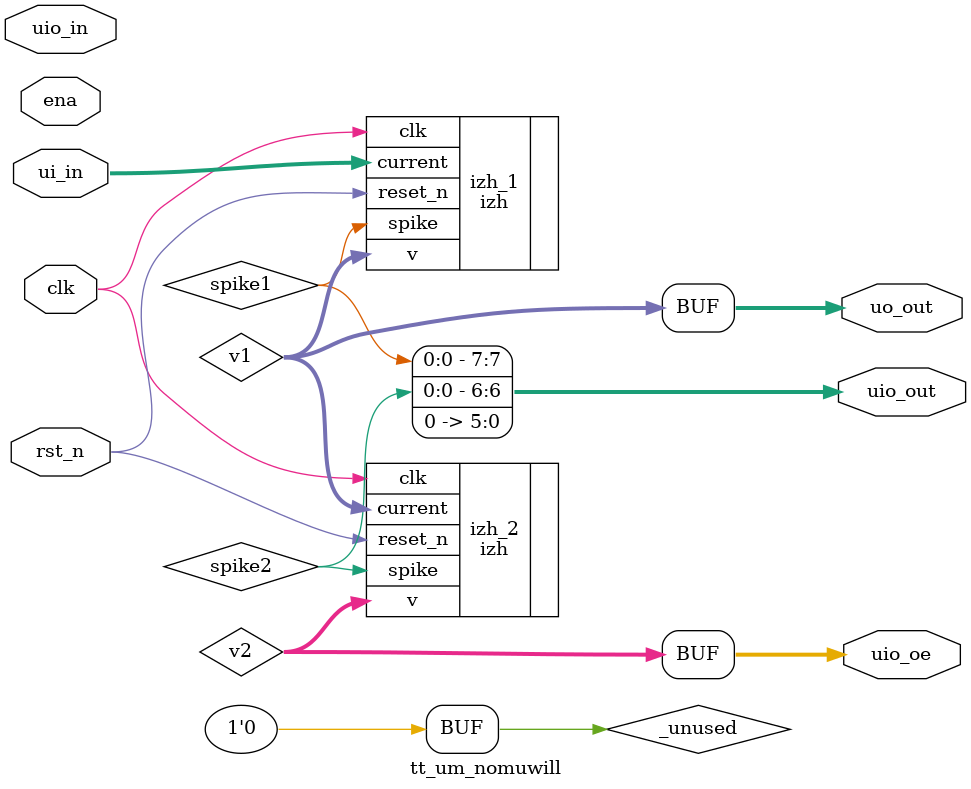
<source format=v>
/*
 * Copyright (c) 2024 Noah Williams
 * SPDX-License-Identifier: Apache-2.0
 */

`default_nettype none

module tt_um_nomuwill (
    input  wire [7:0] ui_in,    // Dedicated inputs
    output wire [7:0] uo_out,   // Dedicated outputs
    input  wire [7:0] uio_in,   // IOs: Input path
    output wire [7:0] uio_out,  // IOs: Output path
    output wire [7:0] uio_oe,   // IOs: Enable path (active high: 0=input, 1=output)
    input  wire       ena,      // always 1 when the design is powered, so you can ignore it
    input  wire       clk,      // clock
    input  wire       rst_n     // reset_n - low to reset
);

  // All output pins must be assigned. `If not used, assign to 0.
  assign uio_out [5:0] = 0;

  // List all unused inputs to prevent warnings
  wire _unused = &{ena, 1'b0, uio_in};

  // Internal signal
  wire [7:0] v1; 
  wire spike1;
  wire [7:0] v2; 
  wire spike2;

  // Instantiate the Izhikevich neuron
  izh izh_1(
    .current(ui_in),  // current input from parent module, concatenated to 16 bits
    .clk(clk),        // clock driven by clock in parent module
    .reset_n(rst_n),  // reset driven by reset in parent module
    .spike(spike1),    // most significant bit of state output to parent module
    .v(v1)   // Use lower 8 bits of v for state output
  );

  // Instantiate the Izhikevich neuron again!
  izh izh_2(
    .current(v1),   // Route the output of the first neuron to the second neuron
    .clk(clk),        
    .reset_n(rst_n),  
    .spike(spike2),    
    .v(v2)  
  );

  assign uo_out = v1; 
  assign uio_oe = v2;
  assign uio_out[7] = spike1;
  assign uio_out[6] = spike2;

endmodule
</source>
